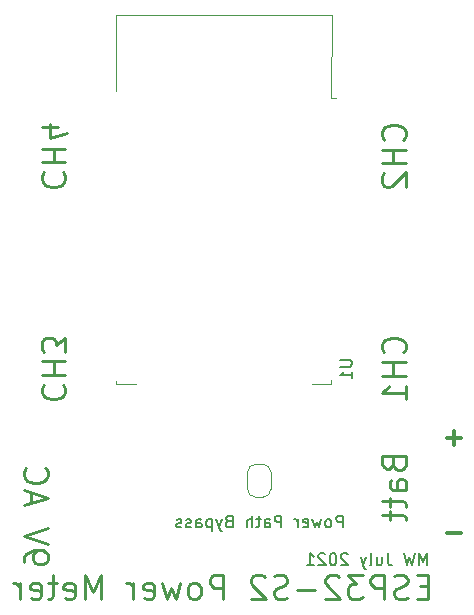
<source format=gbr>
%TF.GenerationSoftware,KiCad,Pcbnew,(5.1.8)-1*%
%TF.CreationDate,2021-07-06T20:41:50+01:00*%
%TF.ProjectId,ESP32-S2-PowerMeter,45535033-322d-4533-922d-506f7765724d,rev?*%
%TF.SameCoordinates,Original*%
%TF.FileFunction,Legend,Bot*%
%TF.FilePolarity,Positive*%
%FSLAX46Y46*%
G04 Gerber Fmt 4.6, Leading zero omitted, Abs format (unit mm)*
G04 Created by KiCad (PCBNEW (5.1.8)-1) date 2021-07-06 20:41:50*
%MOMM*%
%LPD*%
G01*
G04 APERTURE LIST*
%ADD10C,0.300000*%
%ADD11C,0.250000*%
%ADD12C,0.150000*%
%ADD13C,0.120000*%
G04 APERTURE END LIST*
D10*
X142428571Y-161892857D02*
X143571428Y-161892857D01*
X142428571Y-153892857D02*
X143571428Y-153892857D01*
X143000000Y-153321428D02*
X143000000Y-154464285D01*
D11*
X137857142Y-156095238D02*
X137952380Y-156380952D01*
X138047619Y-156476190D01*
X138238095Y-156571428D01*
X138523809Y-156571428D01*
X138714285Y-156476190D01*
X138809523Y-156380952D01*
X138904761Y-156190476D01*
X138904761Y-155428571D01*
X136904761Y-155428571D01*
X136904761Y-156095238D01*
X137000000Y-156285714D01*
X137095238Y-156380952D01*
X137285714Y-156476190D01*
X137476190Y-156476190D01*
X137666666Y-156380952D01*
X137761904Y-156285714D01*
X137857142Y-156095238D01*
X137857142Y-155428571D01*
X138904761Y-158285714D02*
X137857142Y-158285714D01*
X137666666Y-158190476D01*
X137571428Y-158000000D01*
X137571428Y-157619047D01*
X137666666Y-157428571D01*
X138809523Y-158285714D02*
X138904761Y-158095238D01*
X138904761Y-157619047D01*
X138809523Y-157428571D01*
X138619047Y-157333333D01*
X138428571Y-157333333D01*
X138238095Y-157428571D01*
X138142857Y-157619047D01*
X138142857Y-158095238D01*
X138047619Y-158285714D01*
X137571428Y-158952380D02*
X137571428Y-159714285D01*
X136904761Y-159238095D02*
X138619047Y-159238095D01*
X138809523Y-159333333D01*
X138904761Y-159523809D01*
X138904761Y-159714285D01*
X137571428Y-160095238D02*
X137571428Y-160857142D01*
X136904761Y-160380952D02*
X138619047Y-160380952D01*
X138809523Y-160476190D01*
X138904761Y-160666666D01*
X138904761Y-160857142D01*
X106595238Y-164357142D02*
X106595238Y-163976190D01*
X106690476Y-163785714D01*
X106785714Y-163690476D01*
X107071428Y-163500000D01*
X107452380Y-163404761D01*
X108214285Y-163404761D01*
X108404761Y-163500000D01*
X108500000Y-163595238D01*
X108595238Y-163785714D01*
X108595238Y-164166666D01*
X108500000Y-164357142D01*
X108404761Y-164452380D01*
X108214285Y-164547619D01*
X107738095Y-164547619D01*
X107547619Y-164452380D01*
X107452380Y-164357142D01*
X107357142Y-164166666D01*
X107357142Y-163785714D01*
X107452380Y-163595238D01*
X107547619Y-163500000D01*
X107738095Y-163404761D01*
X108595238Y-162833333D02*
X106595238Y-162166666D01*
X108595238Y-161500000D01*
X107166666Y-159404761D02*
X107166666Y-158452380D01*
X106595238Y-159595238D02*
X108595238Y-158928571D01*
X106595238Y-158261904D01*
X106785714Y-156452380D02*
X106690476Y-156547619D01*
X106595238Y-156833333D01*
X106595238Y-157023809D01*
X106690476Y-157309523D01*
X106880952Y-157500000D01*
X107071428Y-157595238D01*
X107452380Y-157690476D01*
X107738095Y-157690476D01*
X108119047Y-157595238D01*
X108309523Y-157500000D01*
X108500000Y-157309523D01*
X108595238Y-157023809D01*
X108595238Y-156833333D01*
X108500000Y-156547619D01*
X108404761Y-156452380D01*
X108285714Y-149380952D02*
X108190476Y-149476190D01*
X108095238Y-149761904D01*
X108095238Y-149952380D01*
X108190476Y-150238095D01*
X108380952Y-150428571D01*
X108571428Y-150523809D01*
X108952380Y-150619047D01*
X109238095Y-150619047D01*
X109619047Y-150523809D01*
X109809523Y-150428571D01*
X110000000Y-150238095D01*
X110095238Y-149952380D01*
X110095238Y-149761904D01*
X110000000Y-149476190D01*
X109904761Y-149380952D01*
X108095238Y-148523809D02*
X110095238Y-148523809D01*
X109142857Y-148523809D02*
X109142857Y-147380952D01*
X108095238Y-147380952D02*
X110095238Y-147380952D01*
X110095238Y-146619047D02*
X110095238Y-145380952D01*
X109333333Y-146047619D01*
X109333333Y-145761904D01*
X109238095Y-145571428D01*
X109142857Y-145476190D01*
X108952380Y-145380952D01*
X108476190Y-145380952D01*
X108285714Y-145476190D01*
X108190476Y-145571428D01*
X108095238Y-145761904D01*
X108095238Y-146333333D01*
X108190476Y-146523809D01*
X108285714Y-146619047D01*
X108285714Y-131380952D02*
X108190476Y-131476190D01*
X108095238Y-131761904D01*
X108095238Y-131952380D01*
X108190476Y-132238095D01*
X108380952Y-132428571D01*
X108571428Y-132523809D01*
X108952380Y-132619047D01*
X109238095Y-132619047D01*
X109619047Y-132523809D01*
X109809523Y-132428571D01*
X110000000Y-132238095D01*
X110095238Y-131952380D01*
X110095238Y-131761904D01*
X110000000Y-131476190D01*
X109904761Y-131380952D01*
X108095238Y-130523809D02*
X110095238Y-130523809D01*
X109142857Y-130523809D02*
X109142857Y-129380952D01*
X108095238Y-129380952D02*
X110095238Y-129380952D01*
X109428571Y-127571428D02*
X108095238Y-127571428D01*
X110190476Y-128047619D02*
X108761904Y-128523809D01*
X108761904Y-127285714D01*
X138714285Y-128619047D02*
X138809523Y-128523809D01*
X138904761Y-128238095D01*
X138904761Y-128047619D01*
X138809523Y-127761904D01*
X138619047Y-127571428D01*
X138428571Y-127476190D01*
X138047619Y-127380952D01*
X137761904Y-127380952D01*
X137380952Y-127476190D01*
X137190476Y-127571428D01*
X137000000Y-127761904D01*
X136904761Y-128047619D01*
X136904761Y-128238095D01*
X137000000Y-128523809D01*
X137095238Y-128619047D01*
X138904761Y-129476190D02*
X136904761Y-129476190D01*
X137857142Y-129476190D02*
X137857142Y-130619047D01*
X138904761Y-130619047D02*
X136904761Y-130619047D01*
X137095238Y-131476190D02*
X137000000Y-131571428D01*
X136904761Y-131761904D01*
X136904761Y-132238095D01*
X137000000Y-132428571D01*
X137095238Y-132523809D01*
X137285714Y-132619047D01*
X137476190Y-132619047D01*
X137761904Y-132523809D01*
X138904761Y-131380952D01*
X138904761Y-132619047D01*
X138714285Y-146619047D02*
X138809523Y-146523809D01*
X138904761Y-146238095D01*
X138904761Y-146047619D01*
X138809523Y-145761904D01*
X138619047Y-145571428D01*
X138428571Y-145476190D01*
X138047619Y-145380952D01*
X137761904Y-145380952D01*
X137380952Y-145476190D01*
X137190476Y-145571428D01*
X137000000Y-145761904D01*
X136904761Y-146047619D01*
X136904761Y-146238095D01*
X137000000Y-146523809D01*
X137095238Y-146619047D01*
X138904761Y-147476190D02*
X136904761Y-147476190D01*
X137857142Y-147476190D02*
X137857142Y-148619047D01*
X138904761Y-148619047D02*
X136904761Y-148619047D01*
X138904761Y-150619047D02*
X138904761Y-149476190D01*
X138904761Y-150047619D02*
X136904761Y-150047619D01*
X137190476Y-149857142D01*
X137380952Y-149666666D01*
X137476190Y-149476190D01*
D12*
X140697619Y-164652380D02*
X140697619Y-163652380D01*
X140364285Y-164366666D01*
X140030952Y-163652380D01*
X140030952Y-164652380D01*
X139650000Y-163652380D02*
X139411904Y-164652380D01*
X139221428Y-163938095D01*
X139030952Y-164652380D01*
X138792857Y-163652380D01*
X137364285Y-163652380D02*
X137364285Y-164366666D01*
X137411904Y-164509523D01*
X137507142Y-164604761D01*
X137650000Y-164652380D01*
X137745238Y-164652380D01*
X136459523Y-163985714D02*
X136459523Y-164652380D01*
X136888095Y-163985714D02*
X136888095Y-164509523D01*
X136840476Y-164604761D01*
X136745238Y-164652380D01*
X136602380Y-164652380D01*
X136507142Y-164604761D01*
X136459523Y-164557142D01*
X135840476Y-164652380D02*
X135935714Y-164604761D01*
X135983333Y-164509523D01*
X135983333Y-163652380D01*
X135554761Y-163985714D02*
X135316666Y-164652380D01*
X135078571Y-163985714D02*
X135316666Y-164652380D01*
X135411904Y-164890476D01*
X135459523Y-164938095D01*
X135554761Y-164985714D01*
X133983333Y-163747619D02*
X133935714Y-163700000D01*
X133840476Y-163652380D01*
X133602380Y-163652380D01*
X133507142Y-163700000D01*
X133459523Y-163747619D01*
X133411904Y-163842857D01*
X133411904Y-163938095D01*
X133459523Y-164080952D01*
X134030952Y-164652380D01*
X133411904Y-164652380D01*
X132792857Y-163652380D02*
X132697619Y-163652380D01*
X132602380Y-163700000D01*
X132554761Y-163747619D01*
X132507142Y-163842857D01*
X132459523Y-164033333D01*
X132459523Y-164271428D01*
X132507142Y-164461904D01*
X132554761Y-164557142D01*
X132602380Y-164604761D01*
X132697619Y-164652380D01*
X132792857Y-164652380D01*
X132888095Y-164604761D01*
X132935714Y-164557142D01*
X132983333Y-164461904D01*
X133030952Y-164271428D01*
X133030952Y-164033333D01*
X132983333Y-163842857D01*
X132935714Y-163747619D01*
X132888095Y-163700000D01*
X132792857Y-163652380D01*
X132078571Y-163747619D02*
X132030952Y-163700000D01*
X131935714Y-163652380D01*
X131697619Y-163652380D01*
X131602380Y-163700000D01*
X131554761Y-163747619D01*
X131507142Y-163842857D01*
X131507142Y-163938095D01*
X131554761Y-164080952D01*
X132126190Y-164652380D01*
X131507142Y-164652380D01*
X130554761Y-164652380D02*
X131126190Y-164652380D01*
X130840476Y-164652380D02*
X130840476Y-163652380D01*
X130935714Y-163795238D01*
X131030952Y-163890476D01*
X131126190Y-163938095D01*
D11*
X140778571Y-166457142D02*
X140111904Y-166457142D01*
X139826190Y-167504761D02*
X140778571Y-167504761D01*
X140778571Y-165504761D01*
X139826190Y-165504761D01*
X139064285Y-167409523D02*
X138778571Y-167504761D01*
X138302380Y-167504761D01*
X138111904Y-167409523D01*
X138016666Y-167314285D01*
X137921428Y-167123809D01*
X137921428Y-166933333D01*
X138016666Y-166742857D01*
X138111904Y-166647619D01*
X138302380Y-166552380D01*
X138683333Y-166457142D01*
X138873809Y-166361904D01*
X138969047Y-166266666D01*
X139064285Y-166076190D01*
X139064285Y-165885714D01*
X138969047Y-165695238D01*
X138873809Y-165600000D01*
X138683333Y-165504761D01*
X138207142Y-165504761D01*
X137921428Y-165600000D01*
X137064285Y-167504761D02*
X137064285Y-165504761D01*
X136302380Y-165504761D01*
X136111904Y-165600000D01*
X136016666Y-165695238D01*
X135921428Y-165885714D01*
X135921428Y-166171428D01*
X136016666Y-166361904D01*
X136111904Y-166457142D01*
X136302380Y-166552380D01*
X137064285Y-166552380D01*
X135254761Y-165504761D02*
X134016666Y-165504761D01*
X134683333Y-166266666D01*
X134397619Y-166266666D01*
X134207142Y-166361904D01*
X134111904Y-166457142D01*
X134016666Y-166647619D01*
X134016666Y-167123809D01*
X134111904Y-167314285D01*
X134207142Y-167409523D01*
X134397619Y-167504761D01*
X134969047Y-167504761D01*
X135159523Y-167409523D01*
X135254761Y-167314285D01*
X133254761Y-165695238D02*
X133159523Y-165600000D01*
X132969047Y-165504761D01*
X132492857Y-165504761D01*
X132302380Y-165600000D01*
X132207142Y-165695238D01*
X132111904Y-165885714D01*
X132111904Y-166076190D01*
X132207142Y-166361904D01*
X133350000Y-167504761D01*
X132111904Y-167504761D01*
X131254761Y-166742857D02*
X129730952Y-166742857D01*
X128873809Y-167409523D02*
X128588095Y-167504761D01*
X128111904Y-167504761D01*
X127921428Y-167409523D01*
X127826190Y-167314285D01*
X127730952Y-167123809D01*
X127730952Y-166933333D01*
X127826190Y-166742857D01*
X127921428Y-166647619D01*
X128111904Y-166552380D01*
X128492857Y-166457142D01*
X128683333Y-166361904D01*
X128778571Y-166266666D01*
X128873809Y-166076190D01*
X128873809Y-165885714D01*
X128778571Y-165695238D01*
X128683333Y-165600000D01*
X128492857Y-165504761D01*
X128016666Y-165504761D01*
X127730952Y-165600000D01*
X126969047Y-165695238D02*
X126873809Y-165600000D01*
X126683333Y-165504761D01*
X126207142Y-165504761D01*
X126016666Y-165600000D01*
X125921428Y-165695238D01*
X125826190Y-165885714D01*
X125826190Y-166076190D01*
X125921428Y-166361904D01*
X127064285Y-167504761D01*
X125826190Y-167504761D01*
X123445238Y-167504761D02*
X123445238Y-165504761D01*
X122683333Y-165504761D01*
X122492857Y-165600000D01*
X122397619Y-165695238D01*
X122302380Y-165885714D01*
X122302380Y-166171428D01*
X122397619Y-166361904D01*
X122492857Y-166457142D01*
X122683333Y-166552380D01*
X123445238Y-166552380D01*
X121159523Y-167504761D02*
X121350000Y-167409523D01*
X121445238Y-167314285D01*
X121540476Y-167123809D01*
X121540476Y-166552380D01*
X121445238Y-166361904D01*
X121350000Y-166266666D01*
X121159523Y-166171428D01*
X120873809Y-166171428D01*
X120683333Y-166266666D01*
X120588095Y-166361904D01*
X120492857Y-166552380D01*
X120492857Y-167123809D01*
X120588095Y-167314285D01*
X120683333Y-167409523D01*
X120873809Y-167504761D01*
X121159523Y-167504761D01*
X119826190Y-166171428D02*
X119445238Y-167504761D01*
X119064285Y-166552380D01*
X118683333Y-167504761D01*
X118302380Y-166171428D01*
X116778571Y-167409523D02*
X116969047Y-167504761D01*
X117350000Y-167504761D01*
X117540476Y-167409523D01*
X117635714Y-167219047D01*
X117635714Y-166457142D01*
X117540476Y-166266666D01*
X117350000Y-166171428D01*
X116969047Y-166171428D01*
X116778571Y-166266666D01*
X116683333Y-166457142D01*
X116683333Y-166647619D01*
X117635714Y-166838095D01*
X115826190Y-167504761D02*
X115826190Y-166171428D01*
X115826190Y-166552380D02*
X115730952Y-166361904D01*
X115635714Y-166266666D01*
X115445238Y-166171428D01*
X115254761Y-166171428D01*
X113064285Y-167504761D02*
X113064285Y-165504761D01*
X112397619Y-166933333D01*
X111730952Y-165504761D01*
X111730952Y-167504761D01*
X110016666Y-167409523D02*
X110207142Y-167504761D01*
X110588095Y-167504761D01*
X110778571Y-167409523D01*
X110873809Y-167219047D01*
X110873809Y-166457142D01*
X110778571Y-166266666D01*
X110588095Y-166171428D01*
X110207142Y-166171428D01*
X110016666Y-166266666D01*
X109921428Y-166457142D01*
X109921428Y-166647619D01*
X110873809Y-166838095D01*
X109350000Y-166171428D02*
X108588095Y-166171428D01*
X109064285Y-165504761D02*
X109064285Y-167219047D01*
X108969047Y-167409523D01*
X108778571Y-167504761D01*
X108588095Y-167504761D01*
X107159523Y-167409523D02*
X107350000Y-167504761D01*
X107730952Y-167504761D01*
X107921428Y-167409523D01*
X108016666Y-167219047D01*
X108016666Y-166457142D01*
X107921428Y-166266666D01*
X107730952Y-166171428D01*
X107350000Y-166171428D01*
X107159523Y-166266666D01*
X107064285Y-166457142D01*
X107064285Y-166647619D01*
X108016666Y-166838095D01*
X106207142Y-167504761D02*
X106207142Y-166171428D01*
X106207142Y-166552380D02*
X106111904Y-166361904D01*
X106016666Y-166266666D01*
X105826190Y-166171428D01*
X105635714Y-166171428D01*
D13*
%TO.C,JP1*%
X126800000Y-158900000D02*
G75*
G03*
X127500000Y-158200000I0J700000D01*
G01*
X125500000Y-158200000D02*
G75*
G03*
X126200000Y-158900000I700000J0D01*
G01*
X126200000Y-156100000D02*
G75*
G03*
X125500000Y-156800000I0J-700000D01*
G01*
X127500000Y-156800000D02*
G75*
G03*
X126800000Y-156100000I-700000J0D01*
G01*
X126200000Y-158900000D02*
X126800000Y-158900000D01*
X125500000Y-156800000D02*
X125500000Y-158200000D01*
X126800000Y-156100000D02*
X126200000Y-156100000D01*
X127500000Y-158200000D02*
X127500000Y-156800000D01*
%TO.C,U1*%
X132620000Y-149300000D02*
X130960000Y-149300000D01*
X132620000Y-148940000D02*
X132620000Y-149300000D01*
X114380000Y-149300000D02*
X116040000Y-149300000D01*
X114380000Y-149040000D02*
X114380000Y-149300000D01*
X132625000Y-118050000D02*
X114370000Y-118050000D01*
X132610000Y-125130000D02*
X132625000Y-118050000D01*
X114370000Y-124470000D02*
X114370000Y-118050000D01*
X132610000Y-125130000D02*
X133000000Y-125130000D01*
%TO.C,JP1*%
D12*
X133573809Y-161452380D02*
X133573809Y-160452380D01*
X133192857Y-160452380D01*
X133097619Y-160500000D01*
X133050000Y-160547619D01*
X133002380Y-160642857D01*
X133002380Y-160785714D01*
X133050000Y-160880952D01*
X133097619Y-160928571D01*
X133192857Y-160976190D01*
X133573809Y-160976190D01*
X132430952Y-161452380D02*
X132526190Y-161404761D01*
X132573809Y-161357142D01*
X132621428Y-161261904D01*
X132621428Y-160976190D01*
X132573809Y-160880952D01*
X132526190Y-160833333D01*
X132430952Y-160785714D01*
X132288095Y-160785714D01*
X132192857Y-160833333D01*
X132145238Y-160880952D01*
X132097619Y-160976190D01*
X132097619Y-161261904D01*
X132145238Y-161357142D01*
X132192857Y-161404761D01*
X132288095Y-161452380D01*
X132430952Y-161452380D01*
X131764285Y-160785714D02*
X131573809Y-161452380D01*
X131383333Y-160976190D01*
X131192857Y-161452380D01*
X131002380Y-160785714D01*
X130240476Y-161404761D02*
X130335714Y-161452380D01*
X130526190Y-161452380D01*
X130621428Y-161404761D01*
X130669047Y-161309523D01*
X130669047Y-160928571D01*
X130621428Y-160833333D01*
X130526190Y-160785714D01*
X130335714Y-160785714D01*
X130240476Y-160833333D01*
X130192857Y-160928571D01*
X130192857Y-161023809D01*
X130669047Y-161119047D01*
X129764285Y-161452380D02*
X129764285Y-160785714D01*
X129764285Y-160976190D02*
X129716666Y-160880952D01*
X129669047Y-160833333D01*
X129573809Y-160785714D01*
X129478571Y-160785714D01*
X128383333Y-161452380D02*
X128383333Y-160452380D01*
X128002380Y-160452380D01*
X127907142Y-160500000D01*
X127859523Y-160547619D01*
X127811904Y-160642857D01*
X127811904Y-160785714D01*
X127859523Y-160880952D01*
X127907142Y-160928571D01*
X128002380Y-160976190D01*
X128383333Y-160976190D01*
X126954761Y-161452380D02*
X126954761Y-160928571D01*
X127002380Y-160833333D01*
X127097619Y-160785714D01*
X127288095Y-160785714D01*
X127383333Y-160833333D01*
X126954761Y-161404761D02*
X127050000Y-161452380D01*
X127288095Y-161452380D01*
X127383333Y-161404761D01*
X127430952Y-161309523D01*
X127430952Y-161214285D01*
X127383333Y-161119047D01*
X127288095Y-161071428D01*
X127050000Y-161071428D01*
X126954761Y-161023809D01*
X126621428Y-160785714D02*
X126240476Y-160785714D01*
X126478571Y-160452380D02*
X126478571Y-161309523D01*
X126430952Y-161404761D01*
X126335714Y-161452380D01*
X126240476Y-161452380D01*
X125907142Y-161452380D02*
X125907142Y-160452380D01*
X125478571Y-161452380D02*
X125478571Y-160928571D01*
X125526190Y-160833333D01*
X125621428Y-160785714D01*
X125764285Y-160785714D01*
X125859523Y-160833333D01*
X125907142Y-160880952D01*
X123907142Y-160928571D02*
X123764285Y-160976190D01*
X123716666Y-161023809D01*
X123669047Y-161119047D01*
X123669047Y-161261904D01*
X123716666Y-161357142D01*
X123764285Y-161404761D01*
X123859523Y-161452380D01*
X124240476Y-161452380D01*
X124240476Y-160452380D01*
X123907142Y-160452380D01*
X123811904Y-160500000D01*
X123764285Y-160547619D01*
X123716666Y-160642857D01*
X123716666Y-160738095D01*
X123764285Y-160833333D01*
X123811904Y-160880952D01*
X123907142Y-160928571D01*
X124240476Y-160928571D01*
X123335714Y-160785714D02*
X123097619Y-161452380D01*
X122859523Y-160785714D02*
X123097619Y-161452380D01*
X123192857Y-161690476D01*
X123240476Y-161738095D01*
X123335714Y-161785714D01*
X122478571Y-160785714D02*
X122478571Y-161785714D01*
X122478571Y-160833333D02*
X122383333Y-160785714D01*
X122192857Y-160785714D01*
X122097619Y-160833333D01*
X122050000Y-160880952D01*
X122002380Y-160976190D01*
X122002380Y-161261904D01*
X122050000Y-161357142D01*
X122097619Y-161404761D01*
X122192857Y-161452380D01*
X122383333Y-161452380D01*
X122478571Y-161404761D01*
X121145238Y-161452380D02*
X121145238Y-160928571D01*
X121192857Y-160833333D01*
X121288095Y-160785714D01*
X121478571Y-160785714D01*
X121573809Y-160833333D01*
X121145238Y-161404761D02*
X121240476Y-161452380D01*
X121478571Y-161452380D01*
X121573809Y-161404761D01*
X121621428Y-161309523D01*
X121621428Y-161214285D01*
X121573809Y-161119047D01*
X121478571Y-161071428D01*
X121240476Y-161071428D01*
X121145238Y-161023809D01*
X120716666Y-161404761D02*
X120621428Y-161452380D01*
X120430952Y-161452380D01*
X120335714Y-161404761D01*
X120288095Y-161309523D01*
X120288095Y-161261904D01*
X120335714Y-161166666D01*
X120430952Y-161119047D01*
X120573809Y-161119047D01*
X120669047Y-161071428D01*
X120716666Y-160976190D01*
X120716666Y-160928571D01*
X120669047Y-160833333D01*
X120573809Y-160785714D01*
X120430952Y-160785714D01*
X120335714Y-160833333D01*
X119907142Y-161404761D02*
X119811904Y-161452380D01*
X119621428Y-161452380D01*
X119526190Y-161404761D01*
X119478571Y-161309523D01*
X119478571Y-161261904D01*
X119526190Y-161166666D01*
X119621428Y-161119047D01*
X119764285Y-161119047D01*
X119859523Y-161071428D01*
X119907142Y-160976190D01*
X119907142Y-160928571D01*
X119859523Y-160833333D01*
X119764285Y-160785714D01*
X119621428Y-160785714D01*
X119526190Y-160833333D01*
%TO.C,U1*%
X133362380Y-147268095D02*
X134171904Y-147268095D01*
X134267142Y-147315714D01*
X134314761Y-147363333D01*
X134362380Y-147458571D01*
X134362380Y-147649047D01*
X134314761Y-147744285D01*
X134267142Y-147791904D01*
X134171904Y-147839523D01*
X133362380Y-147839523D01*
X134362380Y-148839523D02*
X134362380Y-148268095D01*
X134362380Y-148553809D02*
X133362380Y-148553809D01*
X133505238Y-148458571D01*
X133600476Y-148363333D01*
X133648095Y-148268095D01*
%TD*%
M02*

</source>
